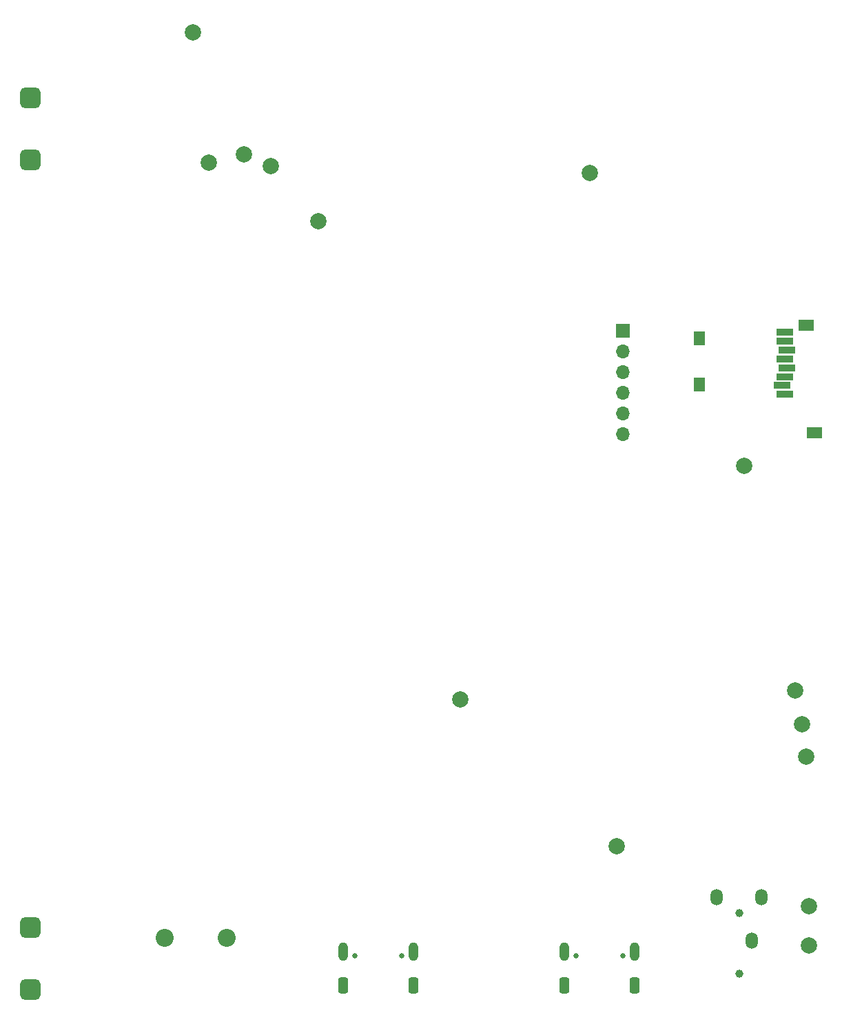
<source format=gbr>
%TF.GenerationSoftware,KiCad,Pcbnew,8.0.4*%
%TF.CreationDate,2025-02-20T16:09:48-05:00*%
%TF.ProjectId,Radiation2,52616469-6174-4696-9f6e-322e6b696361,rev?*%
%TF.SameCoordinates,Original*%
%TF.FileFunction,Soldermask,Bot*%
%TF.FilePolarity,Negative*%
%FSLAX46Y46*%
G04 Gerber Fmt 4.6, Leading zero omitted, Abs format (unit mm)*
G04 Created by KiCad (PCBNEW 8.0.4) date 2025-02-20 16:09:48*
%MOMM*%
%LPD*%
G01*
G04 APERTURE LIST*
G04 Aperture macros list*
%AMRoundRect*
0 Rectangle with rounded corners*
0 $1 Rounding radius*
0 $2 $3 $4 $5 $6 $7 $8 $9 X,Y pos of 4 corners*
0 Add a 4 corners polygon primitive as box body*
4,1,4,$2,$3,$4,$5,$6,$7,$8,$9,$2,$3,0*
0 Add four circle primitives for the rounded corners*
1,1,$1+$1,$2,$3*
1,1,$1+$1,$4,$5*
1,1,$1+$1,$6,$7*
1,1,$1+$1,$8,$9*
0 Add four rect primitives between the rounded corners*
20,1,$1+$1,$2,$3,$4,$5,0*
20,1,$1+$1,$4,$5,$6,$7,0*
20,1,$1+$1,$6,$7,$8,$9,0*
20,1,$1+$1,$8,$9,$2,$3,0*%
G04 Aperture macros list end*
%ADD10RoundRect,0.635000X-0.635000X-0.635000X0.635000X-0.635000X0.635000X0.635000X-0.635000X0.635000X0*%
%ADD11RoundRect,0.635000X0.635000X0.635000X-0.635000X0.635000X-0.635000X-0.635000X0.635000X-0.635000X0*%
%ADD12C,2.000000*%
%ADD13C,0.990600*%
%ADD14O,1.498600X2.006600*%
%ADD15C,0.650000*%
%ADD16O,1.204000X2.304000*%
%ADD17RoundRect,0.301000X-0.301000X-0.701000X0.301000X-0.701000X0.301000X0.701000X-0.301000X0.701000X0*%
%ADD18R,1.700000X1.700000*%
%ADD19O,1.700000X1.700000*%
%ADD20C,2.204000*%
%ADD21R,1.397000X1.803400*%
%ADD22R,1.905000X1.397000*%
%ADD23R,2.006600X0.812800*%
G04 APERTURE END LIST*
D10*
%TO.C,F1*%
X40700000Y-184477500D03*
X40700000Y-176857500D03*
D11*
X40695000Y-82582500D03*
X40695000Y-74962500D03*
%TD*%
D12*
%TO.C,VBUS1*%
X76100000Y-90100000D03*
%TD*%
%TO.C,OUTL1*%
X136400000Y-179100000D03*
%TD*%
%TO.C,GND1*%
X112700000Y-166900000D03*
%TD*%
%TO.C,5V1*%
X93500000Y-148900000D03*
%TD*%
%TO.C,LRCK1*%
X134700000Y-147800000D03*
%TD*%
%TO.C,DRAIN1*%
X60700000Y-66900000D03*
%TD*%
D13*
%TO.C,J3*%
X127800000Y-182600000D03*
X127800000Y-175100000D03*
D14*
X129300124Y-178500000D03*
X125049942Y-173199998D03*
X130549941Y-173199998D03*
%TD*%
D12*
%TO.C,OUTR1*%
X136400000Y-174300000D03*
%TD*%
%TO.C,HIV-1*%
X66900000Y-81900000D03*
%TD*%
%TO.C,DOUT1*%
X135500000Y-151900000D03*
%TD*%
D15*
%TO.C,J2*%
X80532500Y-180320000D03*
X86312500Y-180320000D03*
D16*
X79102500Y-179820000D03*
X87742500Y-179820000D03*
D17*
X79102500Y-184000000D03*
X87742500Y-184000000D03*
%TD*%
D12*
%TO.C,BCK1*%
X136000000Y-155900000D03*
%TD*%
%TO.C,STG1*%
X70200000Y-83300000D03*
%TD*%
D15*
%TO.C,J1*%
X107710000Y-180320000D03*
X113490000Y-180320000D03*
D16*
X106280000Y-179820000D03*
X114920000Y-179820000D03*
D17*
X106280000Y-184000000D03*
X114920000Y-184000000D03*
%TD*%
D12*
%TO.C,PWM1*%
X109400000Y-84200000D03*
%TD*%
%TO.C,GND2*%
X128400000Y-120200000D03*
%TD*%
D18*
%TO.C,J5*%
X113500000Y-103560000D03*
D19*
X113500000Y-106100000D03*
X113500000Y-108640000D03*
X113500000Y-111180000D03*
X113500000Y-113720000D03*
X113500000Y-116260000D03*
%TD*%
D12*
%TO.C,HIV+1*%
X62600000Y-82900000D03*
%TD*%
D20*
%TO.C,LS1*%
X64800000Y-178200000D03*
X57200000Y-178200000D03*
%TD*%
D21*
%TO.C,J4*%
X122878399Y-104509999D03*
X122878399Y-110210000D03*
D22*
X136028401Y-102909999D03*
X137028401Y-116060001D03*
D23*
X133428401Y-111400000D03*
X133028402Y-110299926D03*
X133428401Y-109200000D03*
X133628401Y-108099999D03*
X133428401Y-106999999D03*
X133628401Y-105899999D03*
X133428401Y-104799998D03*
X133428401Y-103699998D03*
%TD*%
M02*

</source>
